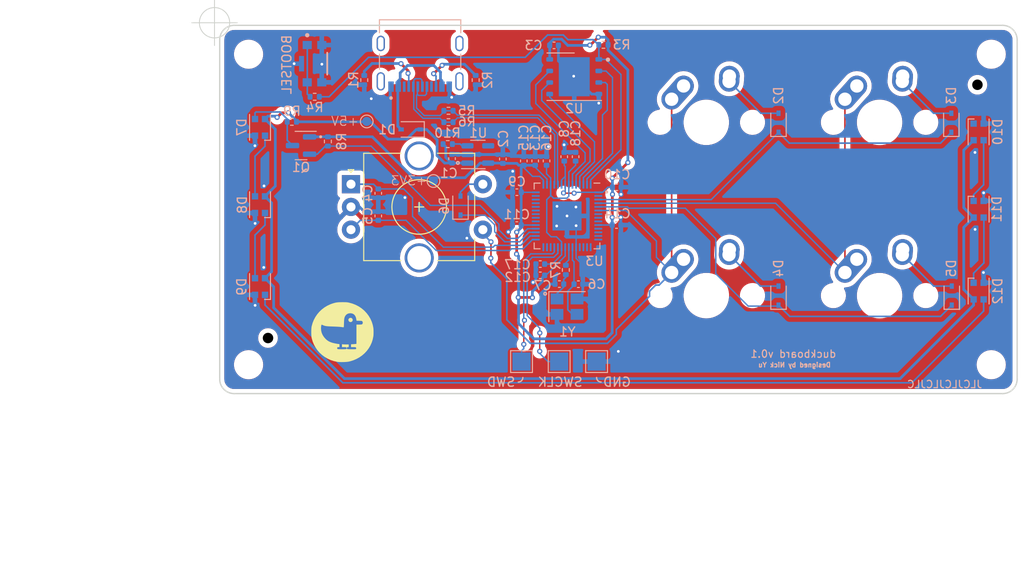
<source format=kicad_pcb>
(kicad_pcb (version 20211014) (generator pcbnew)
  (title_block (title "duckboard") (date "2023-01-07") (rev "v0.1") (company "Nick Yu"))
  (layers (0 "F.Cu" signal) (31 "B.Cu" signal) (34 "B.Paste" user) (35 "F.Paste" user) (36 "B.SilkS" user "B.Silkscreen") (37 "F.SilkS" user "F.Silkscreen") (38 "B.Mask" user) (39 "F.Mask" user) (44 "Edge.Cuts" user))
  (net 0 "")
  (net 1 "GND")
  (net 2 "ROW0")
  (net 3 "ROW1")
  (net 4 "Net-(D2-Pad2)")
  (net 5 "Net-(D3-Pad2)")
  (net 6 "Net-(D4-Pad2)")
  (net 7 "D+")
  (net 8 "D-")
  (net 9 "COL0")
  (net 10 "COL1")
  (net 11 "VBUS")
  (net 15 "+5V")
  (net 16 "+3.3V")
  (net 17 "+1V1")
  (net 18 "ROT0")
  (net 19 "ROT1")
  (net 20 "Net-(C6-Pad2)")
  (net 21 "ROW2")
  (net 22 "Net-(D5-Pad2)")
  (net 23 "SWD")
  (net 24 "SWCLK")
  (net 25 "BOOTSEL")
  (net 26 "QSPI_SS")
  (net 27 "LED_DIN_5V")
  (net 28 "QSPI_SD3")
  (net 29 "QSPI_CLK")
  (net 30 "QSPI_SD0")
  (net 31 "QSPI_SD2")
  (net 32 "QSPI_SD1")
  (net 33 "Net-(C7-Pad2)")
  (net 34 "Net-(R1-Pad1)")
  (net 35 "Net-(R2-Pad1)")
  (net 56 "LED_DIN_3V3")
  (net 57 "Net-(R7-Pad2)")
  (net 58 "Net-(R10-Pad2)")
  (net 59 "Net-(D6-Pad2)")
  (net 64 "Net-(D7-Pad1)")
  (net 65 "Net-(D8-Pad1)")
  (net 66 "Net-(D12-Pad3)")
  (net 68 "Net-(D10-Pad3)")
  (net 69 "Net-(D11-Pad3)")
  (footprint "MX_Alps_Hybrid:MX-1U-NoLED" (layer "F.Cu") (at 178.1125 88.45)
    (fp_text reference "MX2")
    (fp_text value "MX-NoLED" hide)
  )
  (footprint "Rotary_Encoder:RotaryEncoder_Alps_EC11E-Switch_Vertical_H20mm_CircularMountingHoles" (layer "F.Cu") (at 120 95.25)
    (fp_text reference "SW1" hide)
    (fp_text value "RotaryEncoder_Switch")
  )
  (footprint "MountingHole:Tooling_Hole" (layer "F.Cu") (at 188.87 84.32)
    (fp_text reference "REF**" hide)
    (fp_text value "Tooling_Hole")
  )
  (footprint "MX_Alps_Hybrid:MX-1U-NoLED" (layer "F.Cu") (at 159.0625 107.5)
    (fp_text reference "MX3")
    (fp_text value "MX-NoLED" hide)
  )
  (footprint "MountingHole:MountingHole_2.2mm_M2" (layer "F.Cu") (at 108.74375 80.9625)
    (fp_text reference "H4" hide)
    (fp_text value "MountingHole" hide)
  )
  (footprint "MountingHole:MountingHole_2.2mm_M2" (layer "F.Cu") (at 190.3875 80.9625)
    (fp_text reference "H3" hide)
    (fp_text value "MountingHole" hide)
  )
  (footprint "MountingHole:Tooling_Hole" (layer "F.Cu") (at 110.88 112.16)
    (fp_text reference "REF**" hide)
    (fp_text value "Tooling_Hole")
  )
  (footprint "duck:copper" (layer "F.Cu") (at 119.88 111.82)
    (fp_text reference "G***" hide)
    (fp_text value "LOGO" hide)
  )
  (footprint "MountingHole:MountingHole_2.2mm_M2" (layer "F.Cu") (at 190.3875 115.09375)
    (fp_text reference "H1" hide)
    (fp_text value "MountingHole" hide)
  )
  (footprint "MX_Alps_Hybrid:MX-1U-NoLED" (layer "F.Cu") (at 178.1125 107.5)
    (fp_text reference "MX4")
    (fp_text value "MX-NoLED" hide)
  )
  (footprint "MX_Alps_Hybrid:MX-1U-NoLED" (layer "F.Cu") (at 159.0625 88.45)
    (fp_text reference "MX1")
    (fp_text value "MX-NoLED" hide)
  )
  (footprint "MountingHole:MountingHole_2.2mm_M2" (layer "F.Cu") (at 108.74375 115.09375)
    (fp_text reference "H2" hide)
    (fp_text value "MountingHole" hide)
  )
  (footprint "duck:bg" (layer "F.Cu") (at 119.055 111.51)
    (fp_text reference "G***" hide)
    (fp_text value "LOGO" hide)
  )
  (footprint "Resistor_SMD:R_0402_1005Metric" (layer "B.Cu") (at 113.5 88.39 180)
    (fp_text reference "R9")
    (fp_text value "10k")
  )
  (footprint "LED_SMD:LED_WS2812B-2020_PLCC4_2.0x2.0mm" (layer "B.Cu") (at 110 106.5 90)
    (fp_text reference "D9")
    (fp_text value "WS2812B")
  )
  (footprint "Resistor_SMD:R_0402_1005Metric" (layer "B.Cu") (at 130.72 88.43)
    (fp_text reference "R6")
    (fp_text value "27.4")
  )
  (footprint "Crystal:Crystal_SMD_3225-4Pin_3.2x2.5mm" (layer "B.Cu") (at 143.75 108.71)
    (fp_text reference "Y1")
    (fp_text value "12MHz")
  )
  (footprint "Resistor_SMD:R_0402_1005Metric" (layer "B.Cu") (at 130.72 87.18)
    (fp_text reference "R5")
    (fp_text value "27.4")
  )
  (footprint "Diode_SMD:D_SOD-323" (layer "B.Cu") (at 132.04 97.6 90)
    (fp_text reference "D6")
    (fp_text value "D_Small")
  )
  (footprint "TYPE-C-31-M-12:HRO_TYPE-C-31-M-12" (layer "B.Cu") (at 127.6 80.85)
    (fp_text reference "USB1" hide)
    (fp_text value "TYPE-C-31-M-12")
  )
  (footprint "Diode_SMD:D_SOD-323" (layer "B.Cu") (at 186 88.5 90)
    (fp_text reference "D3")
    (fp_text value "D_Small")
  )
  (footprint "LED_SMD:LED_WS2812B-2020_PLCC4_2.0x2.0mm" (layer "B.Cu") (at 189 98 -90)
    (fp_text reference "D11")
    (fp_text value "WS2812B")
  )
  (footprint "Capacitor_SMD:C_0402_1005Metric" (layer "B.Cu") (at 138.24 96.13 180)
    (fp_text reference "C9")
    (fp_text value "100nF")
  )
  (footprint "LED_SMD:LED_WS2812B-2020_PLCC4_2.0x2.0mm" (layer "B.Cu") (at 189 107 -90)
    (fp_text reference "D12")
    (fp_text value "WS2812B")
  )
  (footprint "Capacitor_SMD:C_0402_1005Metric" (layer "B.Cu") (at 142.325 79.99)
    (fp_text reference "C3")
    (fp_text value "100nF")
  )
  (footprint "LED_SMD:LED_WS2812B-2020_PLCC4_2.0x2.0mm" (layer "B.Cu") (at 110 89 90)
    (fp_text reference "D7")
    (fp_text value "WS2812B")
  )
  (footprint "LED_SMD:LED_WS2812B-2020_PLCC4_2.0x2.0mm" (layer "B.Cu") (at 110 97.5 90)
    (fp_text reference "D8")
    (fp_text value "WS2812B")
  )
  (footprint "TestPoint:TestPoint_Pad_2.0x2.0mm" (layer "B.Cu") (at 138.75 114.75 -90)
    (fp_text reference "J2" hide)
    (fp_text value "Conn_01x01_Male")
  )
  (footprint "Diode_SMD:D_SOD-323" (layer "B.Cu") (at 186.05 107.5 90)
    (fp_text reference "D5")
    (fp_text value "D_Small")
  )
  (footprint "Resistor_SMD:R_0402_1005Metric" (layer "B.Cu") (at 133.71 83.805 -90)
    (fp_text reference "R2")
    (fp_text value "5.1k")
  )
  (footprint "Package_SON:WSON-8-1EP_6x5mm_P1.27mm_EP3.4x4.3mm" (layer "B.Cu") (at 144.545 83.435 180)
    (fp_text reference "U2")
    (fp_text value "W25Q128JVPIQ")
  )
  (footprint "TestPoint:TestPoint_Pad_D1.0mm" (layer "B.Cu") (at 121.73 88.35 180)
    (fp_text reference "TP1" hide)
    (fp_text value "TestPoint")
  )
  (footprint "Resistor_SMD:R_0402_1005Metric" (layer "B.Cu") (at 117.46 90.55 -90)
    (fp_text reference "R8")
    (fp_text value "10k")
  )
  (footprint "Capacitor_SMD:C_0402_1005Metric" (layer "B.Cu") (at 149.22 95.58)
    (fp_text reference "C10")
    (fp_text value "100nF")
  )
  (footprint "Capacitor_SMD:C_0402_1005Metric" (layer "B.Cu") (at 145 106.24 180)
    (fp_text reference "C6")
    (fp_text value "30pF")
  )
  (footprint "Capacitor_SMD:C_0402_1005Metric" (layer "B.Cu") (at 136.6975 92.48 90)
    (fp_text reference "C2")
    (fp_text value "10uF")
  )
  (footprint "Capacitor_SMD:C_0402_1005Metric" (layer "B.Cu") (at 123 96.25 -90)
    (fp_text reference "C4")
    (fp_text value "10nF")
  )
  (footprint "Package_TO_SOT_SMD:SOT-23-5" (layer "B.Cu") (at 133.9475 91.98)
    (fp_text reference "U1")
    (fp_text value "AP2112K-3.3")
  )
  (footprint "Capacitor_SMD:C_0402_1005Metric" (layer "B.Cu") (at 140.25 92.69 90)
    (fp_text reference "C13")
    (fp_text value "100nF")
  )
  (footprint "Diode_SMD:D_SOD-323" (layer "B.Cu") (at 167 107.5 90)
    (fp_text reference "D4")
    (fp_text value "D_Small")
  )
  (footprint "Resistor_SMD:R_0402_1005Metric" (layer "B.Cu") (at 116.01 85.64)
    (fp_text reference "R4")
    (fp_text value "1K")
  )
  (footprint "Capacitor_SMD:C_0402_1005Metric" (layer "B.Cu") (at 149.19 99.74)
    (fp_text reference "C14")
    (fp_text value "100nF")
  )
  (footprint "TestPoint:TestPoint_Pad_2.0x2.0mm" (layer "B.Cu") (at 147 114.75 -90)
    (fp_text reference "J1" hide)
    (fp_text value "Conn_01x01_Male")
  )
  (footprint "Diode_SMD:D_SOD-323" (layer "B.Cu") (at 167 88.5 90)
    (fp_text reference "D2")
    (fp_text value "D_Small")
  )
  (footprint "Capacitor_SMD:C_0402_1005Metric" (layer "B.Cu") (at 140.81 105.27 180)
    (fp_text reference "C12")
    (fp_text value "100nF")
  )
  (footprint "Capacitor_SMD:C_0402_1005Metric" (layer "B.Cu") (at 139 92.69 90)
    (fp_text reference "C15")
    (fp_text value "1uF")
  )
  (footprint "Diode_SMD:D_SOD-323" (layer "B.Cu") (at 126.56 89.23 180)
    (fp_text reference "D1")
    (fp_text value "D_Schottky_Small")
  )
  (footprint "Capacitor_SMD:C_0402_1005Metric" (layer "B.Cu") (at 142.91 106.23)
    (fp_text reference "C7")
    (fp_text value "30pF")
  )
  (footprint "Capacitor_SMD:C_0402_1005Metric" (layer "B.Cu") (at 131.11 92.44 90)
    (fp_text reference "C1")
    (fp_text value "10uF")
  )
  (footprint "Capacitor_SMD:C_0402_1005Metric" (layer "B.Cu") (at 141.5 92.69 90)
    (fp_text reference "C16")
    (fp_text value "1uF")
  )
  (footprint "Resistor_SMD:R_0402_1005Metric" (layer "B.Cu") (at 143.62 104.68 90)
    (fp_text reference "R7")
    (fp_text value "1K")
  )
  (footprint "Capacitor_SMD:C_0402_1005Metric" (layer "B.Cu") (at 123 98.74 -90)
    (fp_text reference "C5")
    (fp_text value "10nF")
  )
  (footprint "Resistor_SMD:R_0402_1005Metric" (layer "B.Cu") (at 147.755 79.925 180)
    (fp_text reference "R3")
    (fp_text value "10k")
  )
  (footprint "Capacitor_SMD:C_0402_1005Metric" (layer "B.Cu") (at 140.81 104.03 180)
    (fp_text reference "C17")
    (fp_text value "100nF")
  )
  (footprint "LED_SMD:LED_WS2812B-2020_PLCC4_2.0x2.0mm" (layer "B.Cu") (at 189 89.5 -90)
    (fp_text reference "D10")
    (fp_text value "WS2812B")
  )
  (footprint "Resistor_SMD:R_0402_1005Metric" (layer "B.Cu") (at 121.46 83.805 -90)
    (fp_text reference "R1")
    (fp_text value "5.1k")
  )
  (footprint "Package_DFN_QFN:QFN-56-1EP_7x7mm_P0.4mm_EP3.2x3.2mm" (layer "B.Cu") (at 143.75 98.74 180)
    (fp_text reference "U3")
    (fp_text value "RP2040")
  )
  (footprint "Resistor_SMD:R_0402_1005Metric" (layer "B.Cu") (at 130.64 90.84)
    (fp_text reference "R10")
    (fp_text value "10k")
  )
  (footprint "Capacitor_SMD:C_0402_1005Metric" (layer "B.Cu") (at 143.445 92.23 90)
    (fp_text reference "C8")
    (fp_text value "100nF")
  )
  (footprint "Capacitor_SMD:C_0402_1005Metric" (layer "B.Cu") (at 138.23 99.74 180)
    (fp_text reference "C11")
    (fp_text value "100nF")
  )
  (footprint "TestPoint:TestPoint_Pad_2.0x2.0mm" (layer "B.Cu") (at 142.89 114.75 -90)
    (fp_text reference "J3" hide)
    (fp_text value "Conn_01x01_Male")
  )
  (footprint "TestPoint:TestPoint_Pad_D1.0mm" (layer "B.Cu") (at 129.07 94.9 180)
    (fp_text reference "TP2" hide)
    (fp_text value "TestPoint")
  )
  (footprint "Package_TO_SOT_SMD:SOT-23" (layer "B.Cu") (at 114.51 91 180)
    (fp_text reference "Q1")
    (fp_text value "BSS138")
  )
  (footprint "KMR221GLFS:SW_KMR221GLFS" (layer "B.Cu") (at 115.99 82 -90)
    (fp_text reference "SW2" hide)
    (fp_text value "SW_Push")
  )
  (footprint "Capacitor_SMD:C_0402_1005Metric" (layer "B.Cu") (at 144.695 92.23 90)
    (fp_text reference "C18")
    (fp_text value "100nF")
  )
  (gr_circle (center 148.25 81.56) (end 148.41 81.57) (layer "B.SilkS") (width 0.15) (fill solid))
  (gr_circle (center 148.1 96.1) (end 148.200499 96.1) (layer "B.SilkS") (width 0.15) (fill solid))
  (gr_arc (start 147.5 117) (mid 147.146447 116.853553) (end 147 116.5) (layer "B.SilkS") (width 0.15))
  (gr_circle (center 115.19 78.87) (end 115.35 78.88) (layer "B.SilkS") (width 0.15) (fill solid))
  (gr_circle (center 141.35 107.29071) (end 141.4 107.34071) (layer "B.SilkS") (width 0.15) (fill none))
  (gr_circle (center 116.67 90.04) (end 116.762195 90.04) (layer "B.SilkS") (width 0.15) (fill solid))
  (gr_circle (center 131.75 92.91) (end 131.82 92.9) (layer "B.SilkS") (width 0.15) (fill none))
  (gr_arc (start 138.896447 116.5) (mid 138.75 116.853553) (end 138.396447 117) (layer "B.SilkS") (width 0.15))
  (gr_line (start 191.646218 77.7875) (end 107.15625 77.7875) (layer "Edge.Cuts") (width 0.15))
  (gr_line (start 191.646218 118.26875) (end 107.15625 118.26875) (layer "Edge.Cuts") (width 0.15))
  (gr_arc (start 193.233718 116.68125) (mid 192.76875 117.803782) (end 191.646218 118.26875) (layer "Edge.Cuts") (width 0.15))
  (gr_arc (start 107.15625 118.26875) (mid 106.033718 117.803782) (end 105.56875 116.68125) (layer "Edge.Cuts") (width 0.15))
  (gr_line (start 105.56875 116.68125) (end 105.56875 79.375) (layer "Edge.Cuts") (width 0.15))
  (gr_arc (start 191.646218 77.7875) (mid 192.76875 78.252468) (end 193.233718 79.375) (layer "Edge.Cuts") (width 0.15))
  (gr_arc (start 105.56875 79.375) (mid 106.033718 78.252468) (end 107.15625 77.7875) (layer "Edge.Cuts") (width 0.15))
  (gr_line (start 193.233718 79.375) (end 193.233718 116.68125) (layer "Edge.Cuts") (width 0.15))
  (gr_text "BOOTSEL" (at 112.94 82.1 90) (layer "B.SilkS") (effects (font (size 1 1)) (justify mirror)))
  (gr_text "GND" (at 149.25 117) (layer "B.SilkS") (effects (font (size 1 1)) (justify mirror)))
  (gr_text "SWCLK" (at 143 117) (layer "B.SilkS") (effects (font (size 1 1)) (justify mirror)))
  (gr_text "+3V3" (at 126.37 94.86) (layer "B.SilkS") (effects (font (size 1 1) (thickness 0.1)) (justify mirror)))
  (gr_text "duckboard v0.1" (at 168.62 113.91) (layer "B.SilkS") (effects (font (size 0.81 0.81) (thickness 0.127)) (justify mirror)))
  (gr_text "+5V" (at 119.34 88.32) (layer "B.SilkS") (effects (font (size 1 1) (thickness 0.1)) (justify mirror)))
  (gr_text "JLCJLCJLCJLC" (at 185.26 117.25) (layer "B.SilkS") (effects (font (size 0.81 0.8) (thickness 0.127)) (justify mirror)))
  (gr_text "SWD" (at 136.5 117) (layer "B.SilkS") (effects (font (size 1 1)) (justify mirror)))
  (gr_text "Designed by Nick Yu" (at 168.76 115.12) (layer "B.SilkS") (effects (font (size 0.508 0.508) (thickness 0.127)) (justify mirror)))
  (target plus (at 105 77.5) (size 5) (width 0.1) (layer "Edge.Cuts"))
  (segment (start 141.71 91.12) (end 138.02 91.12) (width 0.3) (layer "F.Cu") (net 1))
  (segment (start 149.66 98.89) (end 149.7 98.85) (width 0.3) (layer "F.Cu") (net 1))
  (segment (start 146.78 93.558548) (end 146.78 91.73) (width 0.3) (layer "F.Cu") (net 1))
  (segment (start 141.71 91.12) (end 141.91 90.92) (width 0.3) (layer "F.Cu") (net 1))
  (segment (start 149.66 113.36) (end 149.66 98.89) (width 0.3) (layer "F.Cu") (net 1))
  (segment (start 141.91 90.92) (end 143.43 90.92) (width 0.3) (layer "F.Cu") (net 1))
  (segment (start 149.39 113.63) (end 149.66 113.36) (width 0.3) (layer "F.Cu") (net 1))
  (segment (start 137.3 100.500015) (end 137.3 103.32) (width 0.3) (layer "F.Cu") (net 1))
  (segment (start 149.7 96.78) (end 149.7 96.3743) (width 0.3) (layer "F.Cu") (net 1))
  (segment (start 137.78 91.36) (end 137.78 93.83) (width 0.3) (layer "F.Cu") (net 1))
  (segment (start 137.3 103.32) (end 140.02 106.04) (width 0.3) (layer "F.Cu") (net 1))
  (segment (start 148.565211 95.239511) (end 148.460963 95.239511) (width 0.3) (layer "F.Cu") (net 1))
  (segment (start 140.02 106.04) (end 140.02 106.14) (width 0.3) (layer "F.Cu") (net 1))
  (segment (start 136.29 85.7) (end 141.71 91.12) (width 0.3) (layer "F.Cu") (net 1))
  (segment (start 149.7 98.85) (end 149.7 96.78) (width 0.3) (layer "F.Cu") (net 1))
  (segment (start 149.7 96.3743) (end 149.69 96.3643) (width 0.3) (layer "F.Cu") (net 1))
  (segment (start 145.97 90.92) (end 143.43 90.92) (width 0.3) (layer "F.Cu") (net 1))
  (segment (start 137.299993 100.500008) (end 137.3 100.500015) (width 0.3) (layer "F.Cu") (net 1))
  (segment (start 146.78 91.73) (end 145.97 90.92) (width 0.3) (layer "F.Cu") (net 1))
  (segment (start 138.02 91.12) (end 137.78 91.36) (width 0.3) (layer "F.Cu") (net 1))
  (segment (start 148.460963 95.239511) (end 146.78 93.558548) (width 0.3) (layer "F.Cu") (net 1))
  (segment (start 131.07 85.7) (end 136.29 85.7) (width 0.3) (layer "F.Cu") (net 1))
  (segment (start 149.69 96.3643) (end 148.565211 95.239511) (width 0.3) (layer "F.Cu") (net 1))
  (via (at 132.74 101.18) (size 0.56) (drill 0.3) (layers "F.Cu" "B.Cu") (net 1))
  (via (at 109.46 108.57) (size 0.56) (drill 0.3) (layers "F.Cu" "B.Cu") (net 1))
  (via (at 110.41 104.4) (size 0.56) (drill 0.3) (layers "F.Cu" "B.Cu") (net 1))
  (via (at 125.93 96.72) (size 0.56) (drill 0.3) (layers "F.Cu" "B.Cu") (net 1))
  (via (at 113.75 82) (size 0.56) (drill 0.3) (layers "F.Cu" "B.Cu") (net 1))
  (via (at 140.02 106.04) (size 0.56) (drill 0.3) (layers "F.Cu" "B.Cu") (net 1))
  (via (at 143.43 90.92) (size 0.56) (drill 0.3) (layers "F.Cu" "B.Cu") (net 1))
  (via (at 141.71 91.12) (size 0.56) (drill 0.3) (layers "F.Cu" "B.Cu") (net 1))
  (via (at 149.39 113.63) (size 0.56) (drill 0.3) (layers "F.Cu" "B.Cu") (net 1))
  (via (at 109.46 99.56) (size 0.56) (drill 0.3) (layers "F.Cu" "B.Cu") (net 1))
  (via (at 188.61 100.22) (size 0.56) (drill 0.3) (layers "F.Cu" "B.Cu") (net 1))
  (via (at 147.24 86.34) (size 0.56) (drill 0.3) (layers "F.Cu" "B.Cu") (net 1))
  (via (at 188.6 91.76) (size 0.56) (drill 0.3) (layers "F.Cu" "B.Cu") (net 1))
  (via (at 143.75 98.74) (size 0.56) (drill 0.3) (layers "F.Cu" "B.Cu") (net 1))
  (via (at 144.485 83.375) (size 0.56) (drill 0.3) (layers "F.Cu" "B.Cu") (net 1))
  (via (at 142.61 99.84) (size 0.56) (drill 0.3) (layers "F.Cu" "B.Cu") (net 1))
  (via (at 116.8 82.06) (size 0.56) (drill 0.3) (layers "F.Cu" "B.Cu") (net 1))
  (via (at 122.23 85.85) (size 0.56) (drill 0.3) (layers "F.Cu" "B.Cu") (net 1))
  (via (at 144.73 97.76) (size 0.56) (drill 0.3) (layers "F.Cu" "B.Cu") (net 1))
  (via (at 142.65 97.68) (size 0.56) (drill 0.3) (layers "F.Cu" "B.Cu") (net 1))
  (via (at 110.44 95.44) (size 0.56) (drill 0.3) (layers "F.Cu" "B.Cu") (net 1))
  (via (at 149.66 98.89) (size 0.56) (drill 0.3) (layers "F.Cu" "B.Cu") (net 1))
  (via (at 131.07 85.7) (size 0.56) (drill 0.3) (layers "F.Cu" "B.Cu") (net 1))
  (via (at 189.55 96.2) (size 0.56) (drill 0.3) (layers "F.Cu" "B.Cu") (net 1))
  (via (at 149.69 96.3643) (size 0.56) (drill 0.3) (layers "F.Cu" "B.Cu") (net 1))
  (via (at 189.53 104.96) (size 0.56) (drill 0.3) (layers "F.Cu" "B.Cu") (net 1))
  (via (at 137.299993 100.500008) (size 0.56) (drill 0.3) (layers "F.Cu" "B.Cu") (net 1))
  (via (at 144.75 99.81) (size 0.56) (drill 0.3) (layers "F.Cu" "B.Cu") (net 1))
  (via (at 137.78 93.83) (size 0.56) (drill 0.3) (layers "F.Cu" "B.Cu") (net 1))
  (via (at 109.44 91.02) (size 0.56) (drill 0.3) (layers "F.Cu" "B.Cu") (net 1))
  (segment (start 149.66 98.89) (end 149.67 98.9) (width 0.3) (layer "B.Cu") (net 1))
  (segment (start 137.76 96.13) (end 137.82 96.07) (width 0.3) (layer "B.Cu") (net 1))
  (segment (start 142.65 109.56) (end 141.84 109.56) (width 0.3) (layer "B.Cu") (net 1))
  (segment (start 141.51 92.2) (end 141.5 92.21) (width 0.3) (layer "B.Cu") (net 1))
  (segment (start 142.805 81.695) (end 144.485 83.375) (width 0.3) (layer "B.Cu") (net 1))
  (segment (start 145.415 104.065) (end 145.48 104.13) (width 0.1524) (layer "B.Cu") (net 1))
  (segment (start 137.75 96.14) (end 137.76 96.13) (width 0.3) (layer "B.Cu") (net 1))
  (segment (start 124.325 85.575) (end 124.05 85.85) (width 0.3) (layer "B.Cu") (net 1))
  (segment (start 143.755 98.745) (end 143.75 98.74) (width 0.1524) (layer "B.Cu") (net 1))
  (segment (start 130.775 85.405) (end 131.07 85.7) (width 0.3) (layer "B.Cu") (net 1))
  (segment (start 140.33 105.27) (end 140.33 104.03) (width 0.3) (layer "B.Cu") (net 1))
  (segment (start 147 114.75) (end 148.27 114.75) (width 0.3) (layer "B.Cu") (net 1))
  (segment (start 141.33 106.81) (end 141.91 106.23) (width 0.3) (layer "B.Cu") (net 1))
  (segment (start 124.325 84.5) (end 124.325 85.575) (width 0.3) (layer "B.Cu") (net 1))
  (segment (start 137.76 93.85) (end 137.78 93.83) (width 0.3) (layer "B.Cu") (net 1))
  (segment (start 141.84 109.56) (end 141.33 109.05) (width 0.3) (layer "B.Cu") (net 1))
  (segment (start 189.55 96.2) (end 189.55 97.085) (width 0.3) (layer "B.Cu") (net 1))
  (segment (start 141.51 91.32) (end 141.51 92.2) (width 0.3) (layer "B.Cu") (net 1))
  (segment (start 131.13 91.98) (end 131.11 91.96) (width 0.3) (layer "B.Cu") (net 1))
  (segment (start 122.23 85.85) (end 121.46 85.08) (width 0.3) (layer "B.Cu") (net 1))
  (segment (start 143.445 90.935) (end 143.43 90.92) (width 0.3) (layer "B.Cu") (net 1))
  (segment (start 144.75 99.74) (end 143.755 98.745) (width 0.1524) (layer "B.Cu") (net 1))
  (segment (start 149.67 98.9) (end 149.67 99.74) (width 0.3) (layer "B.Cu") (net 1))
  (segment (start 136.6975 92) (end 137.39 92) (width 0.3) (layer "B.Cu") (net 1))
  (segment (start 146.45 85.34) (end 144.545 83.435) (width 0.3) (layer "B.Cu") (net 1))
  (segment (start 109.45 91.01) (end 109.44 91.02) (width 0.3) (layer "B.Cu") (net 1))
  (segment (start 140.33 105.73) (end 140.02 106.04) (width 0.3) (layer "B.Cu") (net 1))
  (segment (start 148.27 114.75) (end 149.39 113.63) (width 0.3) (layer "B.Cu") (net 1))
  (segment (start 189.55 106.085) (end 189.55 104.98) (width 0.3) (layer "B.Cu") (net 1))
  (segment (start 147.245 85.34) (end 146.45 85.34) (width 0.3) (layer "B.Cu") (net 1))
  (segment (start 140.33 105.27) (end 140.33 105.73) (width 0.3) (layer "B.Cu") (net 1))
  (segment (start 124.05 85.85) (end 122.23 85.85) (width 0.3) (layer "B.Cu") (net 1))
  (segment (start 143.445 91.75) (end 144.695 91.75) (width 0.1524) (layer "B.Cu") (net 1))
  (segment (start 116.8 82.06) (end 116.8 84.05) (width 0.3) (layer "B.Cu") (net 1))
  (segment (start 123 96.73) (end 123 98.26) (width 0.3) (layer "B.Cu") (net 1))
  (segment (start 137.39 92) (end 137.6 92.21) (width 0.3) (layer "B.Cu") (net 1))
  (segment (start 137.6 92.21) (end 139 92.21) (width 0.3) (layer "B.Cu") (net 1))
  (segment (start 109.45 98.415) (end 109.45 99.55) (width 0.3) (layer "B.Cu") (net 1))
  (segment (start 142.805 79.99) (end 142.805 81.695) (width 0.3) (layer "B.Cu") (net 1))
  (segment (start 145.48 107.23) (end 144.85 107.86) (width 0.3) (layer "B.Cu") (net 1))
  (segment (start 146.27 108.43) (end 146.27 110.11) (width 0.3) (layer "B.Cu") (net 1))
  (segment (start 143.01 110.7) (end 142.65 110.34) (width 0.3) (layer "B.Cu") (net 1))
  (segment (start 143.445 91.75) (end 143.445 90.935) (width 0.3) (layer "B.Cu") (net 1))
  (segment (start 122.91 98.35) (end 123 98.26) (width 0.3) (layer "B.Cu") (net 1))
  (segment (start 133.71 84.89) (end 133.71 84.315) (width 0.3) (layer "B.Cu") (net 1))
  (segment (start 109.45 99.55) (end 109.46 99.56) (width 0.3) (layer "B.Cu") (net 1))
  (segment (start 121.54 98.35) (end 122.91 98.35) (width 0.3) (layer "B.Cu") (net 1))
  (segment (start 125.92 96.73) (end 125.93 96.72) (width 0.3) (layer "B.Cu") (net 1))
  (segment (start 136.6975 92) (end 132.83 92) (width 0.3) (layer "B.Cu") (net 1))
  (segment (start 137.75 99.74) (end 137.75 96.14) (width 0.3) (layer "B.Cu") (net 1))
  (segment (start 145.68 110.7) (end 143.01 110.7) (width 0.3) (layer "B.Cu") (net 1))
  (segment (start 146.27 110.11) (end 145.68 110.7) (width 0.3) (layer "B.Cu") (net 1))
  (segment (start 109.45 108.56) (end 109.46 108.57) (width 0.3) (layer "B.Cu") (net 1))
  (segment (start 145.48 104.13) (end 145.48 106.24) (width 0.1524) (layer "B.Cu") (net 1))
  (segment (start 109.45 107.415) (end 109.45 108.56) (width 0.3) (layer "B.Cu") (net 1))
  (segment (start 147.245 86.335) (end 147.24 86.34) (width 0.3) (layer "B.Cu") (net 1))
  (segment (start 189.55 104.98) (end 189.53 104.96) (width 0.3) (layer "B.Cu") (net 1))
  (segment (start 132.9 85.7) (end 133.71 84.89) (width 0.3) (layer "B.Cu") (net 1))
  (segment (start 131.07 85.7) (end 132.9 85.7) (width 0.3) (layer "B.Cu") (net 1))
  (segment (start 137.76 96.13) (end 137.76 93.85) (width 0.3) (layer "B.Cu") (net 1))
  (segment (start 144.75 102.1775) (end 144.75 99.81) (width 0.1524) (layer "B.Cu") (net 1))
  (segment (start 132.81 91.98) (end 131.13 91.98) (width 0.3) (layer "B.Cu") (net 1))
  (segment (start 141.71 91.12) (end 141.51 91.32) (width 0.3) (layer "B.Cu") (net 1))
  (segment (start 147.245 85.34) (end 147.245 86.335) (width 0.3) (layer "B.Cu") (net 1))
  (segment (start 142.65 110.34) (end 142.65 109.56) (width 0.3) (layer "B.Cu") (net 1))
  (segment (start 123 96.73) (end 125.92 96.73) (width 0.3) (layer "B.Cu") (net 1))
  (segment (start 141.33 109.05) (end 141.33 106.81) (width 0.3) (layer "B.Cu") (net 1))
  (segment (start 137.299993 100.500008) (end 137.75 100.050001) (width 0.3) (layer "B.Cu") (net 1))
  (segment (start 132.83 92) (end 132.81 91.98) (width 0.3) (layer "B.Cu") (net 1))
  (segment (start 141.91 106.23) (end 142.43 106.23) (width 0.3) (layer "B.Cu") (net 1))
  (segment (start 109.45 89.915) (end 109.45 91.01) (width 0.3) (layer "B.Cu") (net 1))
  (segment (start 114.575 82) (end 113.75 82) (width 0.3) (layer "B.Cu") (net 1))
  (segment (start 144.75 103.4) (end 145.415 104.065) (width 0.1524) (layer "B.Cu") (net 1))
  (segment (start 149.7 96.3543) (end 149.69 96.3643) (width 0.3) (layer "B.Cu") (net 1))
  (segment (start 144.75 99.81) (end 144.75 99.75) (width 0.1524) (layer "B.Cu") (net 1))
  (segment (start 149.7 95.58) (end 149.7 96.3543) (width 0.3) (layer "B.Cu") (net 1))
  (segment (start 116.8 79.95) (end 116.8 82.06) (width 0.3) (layer "B.Cu") (net 1))
  (segment (start 137.75 100.050001) (end 137.75 99.74) (width 0.3) (layer "B.Cu") (net 1))
  (segment (start 145.48 106.24) (end 145.48 107.23) (width 0.3) (layer "B.Cu") (net 1))
  (segment (start 141.5 92.21) (end 139 92.21) (width 0.3) (layer "B.Cu") (net 1))
  (segment (start 145.7 107.86) (end 146.27 108.43) (width 0.3) (layer "B.Cu") (net 1))
  (segment (start 144.485 83.375) (end 144.545 83.435) (width 0.3) (layer "B.Cu") (net 1))
  (segment (start 144.75 99.75) (end 144.75 99.74) (width 0.1524) (layer "B.Cu") (net 1))
  (segment (start 121.46 85.08) (end 121.46 84.315) (width 0.3) (layer "B.Cu") (net 1))
  (segment (start 144.85 107.86) (end 145.7 107.86) (width 0.3) (layer "B.Cu") (net 1))
  (segment (start 120.94 97.75) (end 121.54 98.35) (width 0.3) (layer "B.Cu") (net 1))
  (segment (start 120 97.75) (end 120.94 97.75) (width 0.3) (layer "B.Cu") (net 1))
  (segment (start 144.75 102.1775) (end 144.75 103.4) (width 0.1524) (layer "B.Cu") (net 1))
  (segment (start 130.775 84.5) (end 130.775 85.405) (width 0.3) (layer "B.Cu") (net 1))
  (segment (start 184.816579 90.733421) (end 186 89.55) (width 0.18) (layer "B.Cu") (net 2))
  (segment (start 168.183421 90.733421) (end 184.816579 90.733421) (width 0.18) (layer "B.Cu") (net 2))
  (segment (start 159.61 96.94) (end 167 89.55) (width 0.1524) (layer "B.Cu") (net 2))
  (segment (start 167 89.55) (end 168.183421 90.733421) (width 0.18) (layer "B.Cu") (net 2))
  (segment (start 147.1875 96.94) (end 159.61 96.94) (width 0.1524) (layer "B.Cu") (net 2))
  (segment (start 168.233421 109.783421) (end 167 108.55) (width 0.18) (layer "B.Cu") (net 3))
  (segment (start 156.76 97.89) (end 150.531948 97.89) (width 0.1524) (layer "B.Cu") (net 3))
  (segment (start 163.665855 108.650721) (end 160.104658 105.089524) (width 0.1524) (layer "B.Cu") (net 3))
  (segment (start 160.104658 105.089524) (end 160.104658 101.234658) (width 0.1524) (layer "B.Cu") (net 3))
  (segment (start 184.816579 109.783421) (end 168.233421 109.783421) (width 0.18) (layer "B.Cu") (net 3))
  (segment (start 150.531948 97.89) (end 150.381948 97.74) (width 0.1524) (layer "B.Cu") (net 3))
  (segment (start 167 108.55) (end 166.899279 108.650721) (width 0.1524) (layer "B.Cu") (net 3))
  (segment (start 186.05 108.55) (end 184.816579 109.783421) (width 0.18) (layer "B.Cu") (net 3))
  (segment (start 160.104658 101.234658) (end 156.76 97.89) (width 0.1524) (layer "B.Cu") (net 3))
  (segment (start 166.899279 108.650721) (end 163.665855 108.650721) (width 0.1524) (layer "B.Cu") (net 3))
  (segment (start 150.381948 97.74) (end 147.1875 97.74) (width 0.1524) (layer "B.Cu") (net 3))
  (segment (start 165.0625 87.45) (end 167 87.45) (width 0.18) (layer "B.Cu") (net 4))
  (segment (start 161.5625 83.95) (end 165.0625 87.45) (width 0.18) (layer "B.Cu") (net 4))
  (segment (start 180.6125 84.0125) (end 184.05 87.45) (width 0.18) (layer "B.Cu") (net 5))
  (segment (start 180.6125 83.95) (end 180.6125 84.0125) (width 0.18) (layer "B.Cu") (net 5))
  (segment (start 184.05 87.45) (end 186 87.45) (width 0.18) (layer "B.Cu") (net 5))
  (segment (start 161.5625 103) (end 165.0125 106.45) (width 0.18) (layer "B.Cu") (net 6))
  (segment (start 165.0125 106.45) (end 167 106.45) (width 0.18) (layer "B.Cu") (net 6))
  (segment (start 128.040374 87.7) (end 129.8 87.7) (width 0.1524) (layer "B.Cu") (net 7))
  (segment (start 130.21 87.18) (end 131.23 87.18) (width 0.1524) (layer "B.Cu") (net 7))
  (segment (start 129.8 87.7) (end 130.21 87.29) (width 0.1524) (layer "B.Cu") (net 7))
  (segment (start 142.702401 95.254901) (end 142.702401 89.686873) (width 0.1524) (layer "B.Cu") (net 7))
  (segment (start 128.3 85.33) (end 128.3 84.5) (width 0.1524) (layer "B.Cu") (net 7))
  (segment (start 127.4126 85.49) (end 128.14 85.49) (width 0.1524) (layer "B.Cu") (net 7))
  (segment (start 142.75 95.3025) (end 142.702401 95.254901) (width 0.1524) (layer "B.Cu") (net 7))
  (segment (start 128.14 85.49) (end 128.3 85.33) (width 0.1524) (layer "B.Cu") (net 7))
  (segment (start 130.21 87.29) (end 130.21 87.18) (width 0.1524) (layer "B.Cu") (net 7))
  (segment (start 140.668127 87.652599) (end 131.702599 87.652599) (width 0.1524) (layer "B.Cu") (net 7))
  (segment (start 127.3 85.3774) (end 127.4126 85.49) (width 0.1524) (layer "B.Cu") (net 7))
  (segment (start 127.21 85.4674) (end 127.21 86.869626) (width 0.1524) (layer "B.Cu") (net 7))
  (segment (start 142.702401 89.686873) (end 140.668127 87.652599) (width 0.1524) (layer "B.Cu") (net 7))
  (segment (start 131.702599 87.652599) (end 131.23 87.18) (width 0.1524) (layer "B.Cu") (net 7))
  (segment (start 127.21 86.869626) (end 128.040374 87.7) (width 0.1524) (layer "B.Cu") (net 7))
  (segment (start 127.3 84.5) (end 127.3 85.3774) (width 0.1524) (layer "B.Cu") (net 7))
  (segment (start 127.3 85.3774) (end 127.21 85.4674) (width 0.1524) (layer "B.Cu") (net 7))
  (segment (start 126.90568 83.810598) (end 127.066278 83.65) (width 0.1524) (layer "B.Cu") (net 8))
  (segment (start 131.23 88.43) (end 130.21 88.43) (width 0.1524) (layer "B.Cu") (net 8))
  (segment (start 130.21 88.43) (end 129.78432 88.00432) (width 0.1524) (layer "B.Cu") (net 8))
  (segment (start 127.65 83.65) (end 127.8 83.8) (width 0.1524) (layer "B.Cu") (net 8))
  (segment (start 142.397599 89.813127) (end 140.541873 87.957401) (width 0.1524) (layer "B.Cu") (net 8))
  (segment (start 142.397599 95.254901) (end 142.397599 89.813127) (width 0.1524) (layer "B.Cu") (net 8))
  (segment (start 126.90568 86.995679) (end 126.90568 83.810598) (width 0.1524) (layer "B.Cu") (net 8))
  (segment (start 127.066278 83.65) (end 127.65 83.65) (width 0.1524) (layer "B.Cu") (net 8))
  (segment (start 131.702599 87.957401) (end 131.23 88.43) (width 0.1524) (layer "B.Cu") (net 8))
  (segment (start 129.78432 88.00432) (end 127.914321 88.00432) (width 0.1524) (layer "B.Cu") (net 8))
  (segment (start 127.8 83.8) (end 127.8 84.5) (width 0.1524) (layer "B.Cu") (net 8))
  (segment (start 127.914321 88.00432) (end 126.90568 86.995679) (width 0.1524) (layer "B.Cu") (net 8))
  (segment (start 140.541873 87.957401) (end 131.702599 87.957401) (width 0.1524) (layer "B.Cu") (net 8))
  (segment (start 142.35 95.3025) (end 142.397599 95.254901) (width 0.1524) (layer "B.Cu") (net 8))
  (segment (start 135.39 103.3595) (end 135.37 103.3795) (width 0.18) (layer "F.Cu") (net 9))
  (segment (start 155.2525 85.91) (end 155.2525 104.96) (width 0.18) (layer "F.Cu") (net 9))
  (segment (start 135.39 101.5905) (end 135.39 103.3595) (width 0.18) (layer "F.Cu") (net 9))
  (via (at 135.39 101.5905) (size 0.56) (drill 0.3) (layers "F.Cu" "B.Cu") (net 9))
  (via (at 135.37 103.3795) (size 0.56) (drill 0.3) (layers "F.Cu" "B.Cu") (net 9))
  (segment (start 152.817979 107.017639) (end 153.500139 106.335479) (width 0.18) (layer "B.Cu") (net 9))
  (segment (start 134.5 100.25) (end 134.5 100.7005) (width 0.18) (layer "B.Cu") (net 9))
  (segment (start 152.817979 107.572021) (end 152.817979 107.017639) (width 0.18) (layer "B.Cu") (net 9))
  (segment (start 147.1875 98.14) (end 150.22 98.14) (width 0.1524) (layer "B.Cu") (net 9))
  (segment (start 139.73 112.75) (end 148.189859 112.75) (width 0.18) (layer "B.Cu") (net 9))
  (segment (start 153.500139 106.335479) (end 153.877021 106.335479) (width 0.18) (layer "B.Cu") (net 9))
  (segment (start 148.189859 112.75) (end 149.16952 111.770339) (width 0.18) (layer "B.Cu") (net 9))
  (segment (start 149.16952 111.770339) (end 149.16952 111.22048) (width 0.18) (layer "B.Cu") (net 9))
  (segment (start 149.16952 111.22048) (end 152.817979 107.572021) (width 0.18) (layer "B.Cu") (net 9))
  (segment (start 134.5 100.7005) (end 135.39 101.5905) (width 0.18) (layer "B.Cu") (net 9))
  (segment (start 153.877021 106.335479) (end 155.2525 104.96) (width 0.18) (layer "B.Cu") (net 9))
  (segment (start 150.22 98.14) (end 153.58 101.5) (width 0.1524) (layer "B.Cu") (net 9))
  (segment (start 153.58 101.5) (end 153.58 103.2875) (width 0.1524) (layer "B.Cu") (net 9))
  (segment (start 135.37 103.88) (end 137.14 105.65) (width 0.18) (layer "B.Cu") (net 9))
  (segment (start 137.14 105.65) (end 137.14 110.16) (width 0.18) (layer "B.Cu") (net 9))
  (segment (start 135.37 103.3795) (end 135.37 103.88) (width 0.18) (layer "B.Cu") (net 9))
  (segment (start 137.14 110.16) (end 139.73 112.75) (width 0.18) (layer "B.Cu") (net 9))
  (segment (start 153.58 103.2875) (end 155.2525 104.96) (width 0.1524) (layer "B.Cu") (net 9))
  (segment (start 174.3025 85.91) (end 174.3025 104.96) (width 0.18) (layer "F.Cu") (net 10))
  (segment (start 174.4875 104.625) (end 175.6125 103.5) (width 0.25) (layer "F.Cu") (net 10))
  (segment (start 166.6825 97.34) (end 174.3025 104.96) (width 0.1524) (layer "B.Cu") (net 10))
  (segment (start 147.1875 97.34) (end 166.6825 97.34) (width 0.1524) (layer "B.Cu") (net 10))
  (segment (start 129.11 82.2) (end 129.840479 82.930479) (width 0.3) (layer "B.Cu") (net 11))
  (segment (start 125.4125 83.006048) (end 126.218548 82.2) (width 0.3) (layer "B.Cu") (net 11))
  (segment (start 126.218548 82.2) (end 129.11 82.2) (width 0.3) (layer "B.Cu") (net 11))
  (segment (start 129.840479 83.724041) (end 130 83.883562) (width 0.3) (layer "B.Cu") (net 11))
  (segment (start 125.4125 83.688562) (end 125.4125 83.006048) (width 0.3) (layer "B.Cu") (net 11))
  (segment (start 129.840479 82.930479) (end 129.840479 83.724041) (width 0.3) (layer "B.Cu") (net 11))
  (segment (start 125.51 89.23) (end 125.15 88.87) (width 0.3) (layer "B.Cu") (net 11))
  (segment (start 125.15 83.951062) (end 125.4125 83.688562) (width 0.3) (layer "B.Cu") (net 11))
  (segment (start 130 83.883562) (end 130 84.5) (width 0.3) (layer "B.Cu") (net 11))
  (segment (start 125.15 88.87) (end 125.15 83.951062) (width 0.3) (layer "B.Cu") (net 11))
  (segment (start 112.37634 87.40316) (end 113.13684 87.40316) (width 0.3) (layer "F.Cu") (net 15))
  (segment (start 111.88 87.8995) (end 112.37634 87.40316) (width 0.3) (layer "F.Cu") (net 15))
  (via (at 113.13684 87.40316) (size 0.56) (drill 0.3) (layers "F.Cu" "B.Cu") (net 15))
  (via (at 111.88 87.8995) (size 0.56) (drill 0.3) (layers "F.Cu" "B.Cu") (net 15))
  (segment (start 130.42 92.30057) (end 130.42 91.13) (width 0.3) (layer "B.Cu") (net 15))
  (segment (start 114.01 88.39) (end 122.16 88.39) (width 0.3) (layer "B.Cu") (net 15))
  (segment (start 187.365489 97.830489) (end 187.365489 91.499511) (width 0.3) (layer "B.Cu") (net 15))
  (segment (start 111.88 87.8995) (end 111.8305 87.85) (width 0.3) (layer "B.Cu") (net 15))
  (segment (start 110.86548 87.76952) (end 110.55 88.085) (width 0.3) (layer "B.Cu") (net 15))
  (segment (start 113.13684 87.40316) (end 114.01 88.27632) (width 0.3) (layer "B.Cu") (net 15))
  (segment (start 124.06 90.29) (end 126.13 90.29) (width 0.3) (layer "B.Cu") (net 15))
  (segment (start 129.469511 90.389511) (end 128.32 89.24) (width 0.3) (layer "B.Cu") (net 15))
  (segment (start 111.269511 104.865489) (end 110.55 105.585) (width 0.3) (layer "B.Cu") (net 15))
  (segment (start 187.365489 91.499511) (end 188.45 90.415) (width 0.3) (layer "B.Cu") (net 15))
  (segment (start 187.365489 106.830489) (end 187.365489 99.994511) (width 0.3) (layer "B.Cu") (net 15))
  (segment (start 114.01 88.27632) (end 114.01 88.39) (width 0.3) (layer "B.Cu") (net 15))
  (segment (start 110.55 96.585) (end 111.269511 97.304511) (width 0.3) (layer "B.Cu") (net 15))
  (segment (start 111.269511 97.304511) (end 111.269511 104.865489) (width 0.3) (layer "B.Cu") (net 15))
  (segment (start 119.29068 116.62096) (end 180.37 116.62096) (width 0.3) (layer "B.Cu") (net 15))
  (segment (start 180.37 116.62096) (end 188.45 108.54096) (width 0.3) (layer "B.Cu") (net 15))
  (segment (start 188.45 108.54096) (end 188.45 107.915) (width 0.3) (layer "B.Cu") (net 15))
  (segment (start 126.13 90.29) (end 127.18 89.24) (width 0.3) (layer "B.Cu") (net 15))
  (segment (start 111.68 89.215) (end 111.68 95.455) (width 0.3) (layer "B.Cu") (net 15))
  (segment (start 110.55 105.585) (end 111.5 106.535) (width 0.3) (layer "B.Cu") (net 15))
  (segment (start 111.75002 87.76952) (end 110.86548 87.76952) (width 0.3) (layer "B.Cu") (net 15))
  (segment (start 128.32 89.24) (end 127.18 89.24) (width 0.3) (layer "B.Cu") (net 15))
  (segment (start 110.55 88.085) (end 111.68 89.215) (width 0.3) (layer "B.Cu") (net 15))
  (segment (start 188.445 98.915) (end 188.45 98.915) (width 0.3) (layer "B.Cu") (net 15))
  (segment (start 131.11 92.92) (end 132.8 92.92) (width 0.3) (layer "B.Cu") (net 15))
  (segment (start 129.469511 92.099511) (end 129.469511 90.389511) (width 0.3) (layer "B.Cu") (net 15))
  (segment (start 111.5 108.83028) (end 119.29068 116.62096) (width 0.3) (layer "B.Cu") (net 15))
  (segment (start 131.03943 92.92) (end 130.42 92.30057) (width 0.3) (layer "B.Cu") (net 15))
  (segment (start 188.45 98.915) (end 187.365489 97.830489) (width 0.3) (layer "B.Cu") (net 15))
  (segment (start 131.11 92.92) (end 130.29 92.92) (width 0.3) (layer "B.Cu") (net 15))
  (segment (start 131.11 92.92) (end 131.03943 92.92) (width 0.3) (layer "B.Cu") (net 15))
  (segment (start 122.16 88.39) (end 124.06 90.29) (width 0.3) (layer "B.Cu") (net 15))
  (segment (start 111.5 106.535) (end 111.5 108.83028) (width 0.3) (layer "B.Cu") (net 15))
  (segment (start 132.8 92.92) (end 132.81 92.93) (width 0.3) (layer "B.Cu") (net 15))
  (segment (start 111.88 87.8995) (end 111.75002 87.76952) (width 0.3) (layer "B.Cu") (net 15))
  (segment (start 130.29 92.92) (end 129.469511 92.099511) (width 0.3) (layer "B.Cu") (net 15))
  (segment (start 187.365489 99.994511) (end 188.445 98.915) (width 0.3) (layer "B.Cu") (net 15))
  (segment (start 111.68 95.455) (end 110.55 96.585) (width 0.3) (layer "B.Cu") (net 15))
  (segment (start 188.45 107.915) (end 187.365489 106.830489) (width 0.3) (layer "B.Cu") (net 15))
  (segment (start 130.42 91.13) (end 130.13 90.84) (width 0.3) (layer "B.Cu") (net 15))
  (segment (start 146.305 79.965) (end 146.255 79.965) (width 0.3) (layer "F.Cu") (net 16))
  (segment (start 147.180181 79.089819) (end 146.305 79.965) (width 0.3) (layer "F.Cu") (net 16))
  (segment (start 143.387335 96.235332) (end 143.366303 96.2143) (width 0.1524) (layer "F.Cu") (net 16))
  (segment (start 138.218084 102.907616) (end 138.218084 100.520464) (width 0.3) (layer "F.Cu") (net 16))
  (segment (start 148.73 94.58) (end 150.44 92.87) (width 0.3) (layer "F.Cu") (net 16))
  (segment (start 139.94334 107.72) (end 139.92334 107.7) (width 0.3) (layer "F.Cu") (net 16))
  (segment (start 148.73 98.89) (end 148.73 96.79) (width 0.3) (layer "F.Cu") (net 16))
  (segment (start 139.92334 107.7) (end 138.39 107.7) (width 0.3) (layer "F.Cu") (net 16))
  (segment (start 144.4997 96.235332) (end 143.387335 96.235332) (width 0.1524) (layer "F.Cu") (net 16))
  (segment (start 147.188499 79.089819) (end 147.180181 79.089819) (width 0.3) (layer "F.Cu") (net 16))
  (segment (start 148.73 96.3843) (end 148.75 96.3643) (width 0.3) (layer "F.Cu") (net 16))
  (segment (start 148.72 98.9) (end 148.73 98.89) (width 0.3) (layer "F.Cu") (net 16))
  (segment (start 148.73 96.79) (end 148.73 96.3843) (width 0.3) (layer "F.Cu") (net 16))
  (segment (start 138.2 102.9257) (end 138.218084 102.907616) (width 0.3) (layer "F.Cu") (net 16))
  (segment (start 148.73 94.59) (end 148.73 94.58) (width 0.3) (layer "F.Cu") (net 16))
  (via (at 138.39 107.7) (size 0.56) (drill 0.3) (layers "F.Cu" "B.Cu") (net 16))
  (via (at 143.366303 96.2143) (size 0.56) (drill 0.3) (layers "F.Cu" "B.Cu") (net 16))
  (via (at 148.73 94.59) (size 0.56) (drill 0.3) (layers "F.Cu" "B.Cu") (net 16))
  (via (at 148.72 98.9) (size 0.56) (drill 0.3) (layers "F.Cu" "B.Cu") (net 16))
  (via (at 150.44 92.87) (size 0.56) (drill 0.3) (layers "F.Cu" "B.Cu") (net 16))
  (via (at 138.218084 100.520464) (size 0.56) (drill 0.3) (layers "F.Cu" "B.Cu") (net 16))
  (via (at 146.255 79.965) (size 0.56) (drill 0.3) (layers "F.Cu" "B.Cu") (net 16))
  (via (at 138.2 102.9257) (size 0.56) (drill 0.3) (layers "F.Cu" "B.Cu") (net 16))
  (via (at 139.94334 107.72) (size 0.56) (drill 0.3) (layers "F.Cu" "B.Cu") (net 16))
  (via (at 144.5257 96.235332) (size 0.56) (drill 0.3) (layers "F.Cu" "B.Cu") (net 16))
  (via (at 147.188499 79.089819) (size 0.56) (drill 0.3) (layers "F.Cu" "B.Cu") (net 16))
  (via (at 148.75 96.3643) (size 0.56) (drill 0.3) (layers "F.Cu" "B.Cu") (net 16))
  (segment (start 148.71 111.58) (end 148.71 99.74) (width 0.3) (layer "B.Cu") (net 16))
  (segment (start 147.188499 79.089819) (end 147.979819 79.089819) (width 0.3) (layer "B.Cu") (net 16))
  (segment (start 117.46 90.04) (end 122.34 90.04) (width 0.3) (layer "B.Cu") (net 16))
  (segment (start 140.1 112.25) (end 148.04 112.25) (width 0.3) (layer "B.Cu") (net 16))
  (segment (start 135.085 92.93) (end 136.6675 92.93) (width 0.3) (layer "B.Cu") (net 16))
  (segment (start 136.6675 92.93) (end 136.6975 92.96) (width 0.3) (layer "B.Cu") (net 16))
  (segment (start 138.71 96.14) (end 138.71 99.74) (width 0.3) (layer "B.Cu") (net 16))
  (segment (start 141.15 94.8) (end 141.15 95.3025) (width 0.1524) (layer "B.Cu") (net 16))
  (segment (start 143.55 94.39) (end 143.55 93.3) (width 0.1524) (layer "B.Cu") (net 16))
  (segment (start 138.72 96.13) (end 138.71 96.14) (width 0.3) (layer "B.Cu") (net 16))
  (segment (start 143.15 94.79) (end 143.55 94.39) (width 0.1524) (layer "B.Cu") (net 16))
  (segment (start 115.4575 90.04) (end 115.4475 90.05) (width 0.3) (layer "B.Cu") (net 16))
  (segment (start 148.74 95.58) (end 148.74 94.6) (width 0.3) (layer "B.Cu") (net 16))
  (segment (start 147.1875 96.14) (end 147.67 96.14) (width 0.1524) (layer "B.Cu") (net 16))
  (segment (start 143.55 93.3) (end 143.445 93.195) (width 0.1524) (layer "B.Cu") (net 16))
  (segment (start 143.55 102.1775) (end 143.55 103.14) (width 0.1524) (layer "B.Cu") (net 16))
  (segment (start 143.15605 79.31048) (end 143.83557 79.99) (width 0.3) (layer "B.Cu") (net 16))
  (segment (start 143.55 95.3025) (end 143.55 94.39) (width 0.1524) (layer "B.Cu") (net 16))
  (segment (start 143.445 93.195) (end 143.445 92.71) (width 0.1524) (layer "B.Cu") (net 16))
  (segment (start 138.71 96.12) (end 138.72 96.13) (width 0.3) (layer "B.Cu") (net 16))
  (segment (start 139.96 94.39) (end 140.74 94.39) (width 0.1524) (layer "B.Cu") (net 16))
  (segment (start 133.417212 93.72) (end 134.207212 92.93) (width 0.3) (layer "B.Cu") (net 16))
  (segment (start 140.3125 99.74) (end 138.71 99.74) (width 0.1524) (layer "B.Cu") (net 16))
  (segment (start 141.55 94.685974) (end 140.25 93.385974) (width 0.1524) (layer "B.Cu") (net 16))
  (segment (start 147.67 96.14) (end 148.23 95.58) (width 0.1524) (layer "B.Cu") (net 16))
  (segment (start 138.42002 110.57002) (end 140.1 112.25) (width 0.3) (layer "B.Cu") (net 16))
  (segment (start 148.74 94.6) (end 148.73 94.59) (width 0.3) (layer "B.Cu") (net 16))
  (segment (start 138.73 96.14) (end 138.72 96.13) (width 0.1524) (layer "B.Cu") (net 16))
  (segment (start 146.255 79.97) (end 146.255 79.965) (width 0.3) (layer "B.Cu") (net 16))
  (segment (start 139 93.17) (end 138.71 93.46) (width 0.3) (layer "B.Cu") (net 16))
  (segment (start 139 93.17) (end 138.44 93.17) (width 0.3) (layer "B.Cu") (net 16))
  (segment (start 147.1875 99.74) (end 148.71 99.74) (width 0.1524) (layer "B.Cu") (net 16))
  (segment (start 147.979819 79.089819) (end 148.265 79.375) (width 0.3) (layer "B.Cu") (net 16))
  (segment (start 122.34 90.04) (end 126.84 94.54) (width 0.3) (layer "B.Cu") (net 16))
  (segment (start 146.235 79.99) (end 146.255 79.97) (width 0.3) (layer "B.Cu") (net 16))
  (segment (start 143.366303 96.2403) (end 143.55 96.056603) (width 0.1524) (layer "B.Cu") (net 16))
  (segment (start 142.26952 79.31048) (end 143.15605 79.31048) (width 0.3) (layer "B.Cu") (net 16))
  (segment (start 141.845 79.735) (end 142.26952 79.31048) (width 0.3) (layer "B.Cu") (net 16))
  (segment (start 141.03 105.53) (end 141.29 105.27) (width 0.3) (layer "B.Cu") (net 16))
  (segment (start 140.25 93.17) (end 139 93.17) (width 0.3) (layer "B.Cu") (net 16))
  (segment (start 148.23 95.58) (end 148.74 95.58) (width 0.1524) (layer "B.Cu") (net 16))
  (segment (start 140.74 94.39) (end 141.15 94.8) (width 0.1524) (layer "B.Cu") (net 16))
  (segment (start 140.25 93.385974) (end 140.25 93.17) (width 0.1524) (layer "B.Cu") (net 16))
  (segment (start 140.3125 96.14) (end 138.73 96.14) (width 0.1524) (layer "B.Cu") (net 16))
  (segment (start 143.366303 96.2403) (end 143.366303 96.2143) (width 0.1524) (layer "B.Cu") (net 16))
  (segment (start 148.75 95.59) (end 148.74 95.58) (width 0.3) (layer "B.Cu") (net 16))
  (segment (start 150.44 92.87) (end 150.44 82.69) (width 0.3) (layer "B.Cu") (net 16))
  (segment (start 141.42 105.27) (end 141.29 105.27) (width 0.1524) (layer "B.Cu") (net 16))
  (segment (start 138.71 93.46) (end 138.71 96.12) (width 0.3) (layer "B.Cu") (net 16))
  (segment (start 143.15 95.3025) (end 143.15 94.79) (width 0.1524) (layer "B.Cu") (net 16))
  (segment (start 144.4997 96.235332) (end 144.595032 96.14) (width 0.1524) (layer "B.Cu") (net 16))
  (segment (start 144.4997 96.235332) (end 144.5257 96.235332) (width 0.1524) (layer "B.Cu") (net 16))
  (segment (start 148.265 79.375) (end 148.265 79.925) (width 0.3) (layer "B.Cu") (net 16))
  (segment (start 150.44 82.69) (end 148.265 80.515) (width 0.3) (layer "B.Cu") (net 16))
  (segment (start 133.36 93.72) (end 133.417212 93.72) (width 0.3) (layer "B.Cu") (net 16))
  (segment (start 138.218084 100.520464) (end 138.71 100.028548) (width 0.3) (layer "B.Cu") (net 16))
  (segment (start 139 93.17) (end 139 93.43) (width 0.1524) (layer "B.Cu") (net 16))
  (segment (start 139 93.43) (end 139.96 94.39) (width 0.1524) (layer "B.Cu") (net 16))
  (segment (start 144.595032 96.14) (end 147.1875 96.14) (width 0.1524) (layer "B.Cu") (net 16))
  (segment (start 141.03 105.96) (end 141.03 105.53) (width 0.3) (layer "B.Cu") (net 16))
  (segment (start 126.84 94.54) (end 132.54 94.54) (width 0.3) (layer "B.Cu") (net 16))
  (segment (start 143.83557 79.99) (end 146.235 79.99) (width 0.3) (layer "B.Cu") (net 16))
  (segment (start 138.44 93.17) (end 138.23 92.96) (width 0.3) (layer "B.Cu") (net 16))
  (segment (start 143.55 96.056603) (end 143.55 95.3025) (width 0.1524) (layer "B.Cu") (net 16))
  (segment (start 148.04 112.25) (end 148.71 111.58) (width 0.3) (layer "B.Cu") (net 16))
  (segment (start 139.94334 107.04666) (end 141.03 105.96) (width 0.3) (layer "B.Cu") (net 16))
  (segment (start 141.55 95.3025) (end 141.55 94.685974) (width 0.1524) (layer "B.Cu") (net 16))
  (segment (start 132.54 94.54) (end 133.36 93.72) (width 0.3) (layer "B.Cu") (net 16))
  (segment (start 148.72 98.9) (end 148.72 99.73) (width 0.3) (layer "B.Cu") (net 16))
  (segment (start 138.42002 103.14572) (end 138.42002 110.57002) (width 0.3) (layer "B.Cu") (net 16))
  (segment (start 139.12952 93.29952) (end 139 93.17) (width 0.3) (layer "B.Cu") (net 16))
  (segment (start 141.845 79.99) (end 141.845 79.735) (width 0.3) (layer "B.Cu") (net 16))
  (segment (start 138.23 92.96) (end 136.6975 92.96) (width 0.3) (layer "B.Cu") (net 16))
  (segment (start 134.207212 92.93) (end 135.085 92.93) (width 0.3) (layer "B.Cu") (net 16))
  (segment (start 148.75 96.3643) (end 148.75 95.59) (width 0.3) (layer "B.Cu") (net 16))
  (segment (start 138.2 102.9257) (end 138.42002 103.14572) (width 0.3) (layer "B.Cu") (net 16))
  (segment (start 117.46 90.04) (end 115.4575 90.04) (width 0.3) (layer "B.Cu") (net 16))
  (segment (start 138.71 100.028548) (end 138.71 99.74) (width 0.3) (layer "B.Cu") (net 16))
  (segment (start 141.845 81.53) (end 141.845 79.99) (width 0.3) (layer "B.Cu") (net 16))
  (segment (start 139.94334 107.72) (end 139.94334 107.04666) (width 0.3) (layer "B.Cu") (net 16))
  (segment (start 143.55 103.14) (end 141.42 105.27) (width 0.1524) (layer "B.Cu") (net 16))
  (segment (start 148.72 99.73) (end 148.71 99.74) (width 0.3) (layer "B.Cu") (net 16))
  (segment (start 141.37 105.35) (end 141.29 105.27) (width 0.3) (layer "B.Cu") (net 16))
  (segment (start 148.265 80.515) (end 148.265 79.925) (width 0.3) (layer "B.Cu") (net 16))
  (segment (start 143.15 103.014026) (end 142.134026 104.03) (width 0.1524) (layer "B.Cu") (net 17))
  (segment (start 143.15 101.59) (end 142.59 101.03) (width 0.1524) (layer "B.Cu") (net 17))
  (segment (start 143.15 102.1775) (end 143.15 101.59) (width 0.1524) (layer "B.Cu") (net 17))
  (segment (start 142 101.03) (end 141.52 100.55) (width 0.1524) (layer "B.Cu") (net 17))
  (segment (start 141.95 95.3025) (end 141.95 94.56) (width 0.1524) (layer "B.Cu") (net 17))
  (segment (start 141.95 94.56) (end 141.5 94.11) (width 0.1524) (layer "B.Cu") (net 17))
  (segment (start 141.5 94.11) (end 141.5 93.17) (width 0.1524) (layer "B.Cu") (net 17))
  (segment (start 141.52 100.55) (end 141.52 96.95) (width 0.1524) (layer "B.Cu") (net 17))
  (segment (start 143.729989 96.790011) (end 142.270011 96.790011) (width 0.1524) (layer "B.Cu") (net 17))
  (segment (start 144.695 93.165) (end 144.695 92.71) (width 0.1524) (layer "B.Cu") (net 17))
  (segment (start 143.95 96.57) (end 143.729989 96.790011) (width 0.1524) (layer "B.Cu") (net 17))
  (segment (start 143.95 95.3025) (end 143.95 95.35572) (width 0.1524) (layer "B.Cu") (net 17))
  (segment (start 142.270011 96.790011) (end 141.95 96.47) (width 0.1524) (layer "B.Cu") (net 17))
  (segment (start 143.95 93.91) (end 144.695 93.165) (width 0.1524) (layer "B.Cu") (net 17))
  (segment (start 142.59 101.03) (end 142 101.03) (width 0.1524) (layer "B.Cu") (net 17))
  (segment (start 142.134026 104.03) (end 141.29 104.03) (width 0.1524) (layer "B.Cu") (net 17))
  (segment (start 143.15 102.1775) (end 143.15 103.014026) (width 0.1524) (layer "B.Cu") (net 17))
  (segment (start 143.94572 95.30678) (end 143.94572 95.36) (width 0.1524) (layer "B.Cu") (net 17))
  (segment (start 143.94572 95.30678) (end 143.95 95.3025) (width 0.1524) (layer "B.Cu") (net 17))
  (segment (start 143.95 95.35572) (end 143.94572 95.36) (width 0.1524) (layer "B.Cu") (net 17))
  (segment (start 141.95 96.52) (end 141.95 95.3025) (width 0.1524) (layer "B.Cu") (net 17))
  (segment (start 143.95 95.3025) (end 143.95 93.91) (width 0.1524) (layer "B.Cu") (net 17))
  (segment (start 141.52 96.95) (end 141.95 96.52) (width 0.1524) (layer "B.Cu") (net 17))
  (segment (start 143.95 95.3025) (end 143.95 96.57) (width 0.1524) (layer "B.Cu") (net 17))
  (segment (start 141.95 96.47) (end 141.95 95.3025) (width 0.1524) (layer "B.Cu") (net 17))
  (segment (start 139.71 100.94) (end 138.67192 101.97808) (width 0.1524) (layer "B.Cu") (net 18))
  (segment (start 126.77 96.745821) (end 125.794179 95.77) (width 0.1524) (layer "B.Cu") (net 18))
  (segment (start 125.794179 95.77) (end 123 95.77) (width 0.1524) (layer "B.Cu") (net 18))
  (segment (start 126.77 98.79) (end 126.77 96.745821) (width 0.1524) (layer "B.Cu") (net 18))
  (segment (start 138.67192 101.97808) (end 135.816599 101.97808) (width 0.1524) (layer "B.Cu") (net 18))
  (segment (start 140.3125 100.94) (end 139.71 100.94) (width 0.1524) (layer "B.Cu") (net 18))
  (segment (start 130.146211 102.166211) (end 126.77 98.79) (width 0.1524) (layer "B.Cu") (net 18))
  (segment (start 122.48 95.25) (end 120 95.25) (width 0.18) (layer "B.Cu") (net 18))
  (segment (start 123 95.77) (end 122.48 95.25) (width 0.18) (layer "B.Cu") (net 18))
  (segment (start 135.628468 102.166211) (end 130.146211 102.166211) (width 0.1524) (layer "B.Cu") (net 18))
  (segment (start 135.816599 101.97808) (end 135.628468 102.166211) (width 0.1524) (layer "B.Cu") (net 18))
  (segment (start 129.369072 102.538131) (end 126.050941 99.22) (width 0.1524) (layer "B.Cu") (net 19))
  (segment (start 139.95 101.34) (end 138.94 102.35) (width 0.1524) (layer "B.Cu") (net 19))
  (segment (start 137.461869 102.538131) (end 129.369072 102.538131) (width 0.1524) (layer "B.Cu") (net 19))
  (segment (start 137.65 102.35) (end 137.461869 102.538131) (width 0.1524) (layer "B.Cu") (net 19))
  (segment (start 121.03 99.22) (end 120 100.25) (width 0.18) (layer "B.Cu") (net 19))
  (segment (start 140.3125 101.34) (end 139.95 101.34) (width 0.1524) (layer "B.Cu") (net 19))
  (segment (start 123 99.22) (end 121.03 99.22) (width 0.18) (layer "B.Cu") (net 19))
  (segment (start 138.94 102.35) (end 137.65 102.35) (width 0.1524) (layer "B.Cu") (net 19))
  (segment (start 126.050941 99.22) (end 123 99.22) (width 0.1524) (layer "B.Cu") (net 19))
  (segment (start 144.35 109.56) (end 144.85 109.56) (width 0.18) (layer "B.Cu") (net 20))
  (segment (start 144.52 106.34) (end 143.840489 107.019511) (width 0.18) (layer "B.Cu") (net 20))
  (segment (start 144.52 106.24) (end 144.52 106.34) (width 0.18) (layer "B.Cu") (net 20))
  (segment (start 144.35 102.1775) (end 144.35 103.6) (width 0.1524) (layer "B.Cu") (net 20))
  (segment (start 144.35 103.6) (end 144.52 103.77) (width 0.1524) (layer "B.Cu") (net 20))
  (segment (start 143.840489 107.019511) (end 143.840489 109.050489) (width 0.18) (layer "B.Cu") (net 20))
  (segment (start 143.840489 109.050489) (end 144.35 109.56) (width 0.18) (layer "B.Cu") (net 20))
  (segment (start 144.52 103.77) (end 144.52 106.24) (width 0.1524) (layer "B.Cu") (net 20))
  (segment (start 134.732413 98.65) (end 135.795711 99.713298) (width 0.1524) (layer "B.Cu") (net 21))
  (segment (start 135.795711 100.475711) (end 136.9 101.58) (width 0.1524) (layer "B.Cu") (net 21))
  (segment (start 138.544026 101.58) (end 139.584026 100.54) (width 0.1524) (layer "B.Cu") (net 21))
  (segment (start 136.9 101.58) (end 138.544026 101.58) (width 0.1524) (layer "B.Cu") (net 21))
  (segment (start 139.584026 100.54) (end 140.3125 100.54) (width 0.1524) (layer "B.Cu") (net 21))
  (segment (start 135.795711 99.713298) (end 135.795711 100.475711) (width 0.1524) (layer "B.Cu") (net 21))
  (segment (start 132.04 98.65) (end 134.732413 98.65) (width 0.1524) (layer "B.Cu") (net 21))
  (segment (start 180.6125 103) (end 184.0625 106.45) (width 0.18) (layer "B.Cu") (net 22))
  (segment (start 184.0625 106.45) (end 186.05 106.45) (width 0.18) (layer "B.Cu") (net 22))
  (segment (start 138.99816 110.28136) (end 138.99816 112.85184) (width 0.1524) (layer "F.Cu") (net 23))
  (segment (start 139.06952 110.21) (end 138.99816 110.28136) (width 0.1524) (layer "F.Cu") (net 23))
  (via (at 138.99816 112.85184) (size 0.56) (drill 0.3) (layers "F.Cu" "B.Cu") (net 23))
  (via (at 139.06952 110.21) (size 0.56) (drill 0.3) (layers "F.Cu" "B.Cu") (net 23))
  (segment (start 139 113.31) (end 138.75 113.56) (width 0.1524) (layer "B.Cu") (net 23))
  (segment (start 139.75928 102.91072) (end 138.99572 103.67428) (width 0.1524) (layer "B.Cu") (net 23))
  (segment (start 138.99572 108.97) (end 138.99572 110.1362) (width 0.1524) (layer "B.Cu") (net 23))
  (segment (start 138.99816 113.30816) (end 139 113.31) (width 0.1524) (layer "B.Cu") (net 23))
  (segment (start 142.143201 102.91072) (end 139.75928 102.91072) (width 0.1524) (layer "B.Cu") (net 23))
  (segment (start 142.35 102.1775) (end 142.35 102.703921) (width 0.1524) (layer "B.Cu") (net 23))
  (segment (start 138.99572 103.67428) (end 138.99572 108.97) (width 0.1524) (layer "B.Cu") (net 23))
  (segment (start 138.75 113.56) (end 138.75 114.75) (width 0.1524) (layer "B.Cu") (net 23))
  (segment (start 142.35 102.703921) (end 142.143201 102.91072) (width 0.1524) (layer "B.Cu") (net 23))
  (segment (start 138.99816 112.85184) (end 138.99816 113.30816) (width 0.1524) (layer "B.Cu") (net 23))
  (segment (start 138.99572 110.1362) (end 139.06952 110.21) (width 0.1524) (layer "B.Cu") (net 23))
  (segment (start 140.75 111.6105) (end 140.76 111.6005) (width 0.1524) (layer "F.Cu") (net 24))
  (segment (start 140.75 113.62) (end 140.75 111.6105) (width 0.1524) (layer "F.Cu") (net 24))
  (via (at 140.76 111.6005) (size 0.56) (drill 0.3) (layers "F.Cu" "B.Cu") (net 24))
  (via (at 140.75 113.62) (size 0.56) (drill 0.3) (layers "F.Cu" "B.Cu") (net 24))
  (segment (start 140.76 111.086301) (end 139.36764 109.693941) (width 0.1524) (layer "B.Cu") (net 24))
  (segment (start 142.72192 102.856132) (end 142.75 102.828052) (width 0.1524) (layer "B.Cu") (net 24))
  (segment (start 140.76 111.6005) (end 140.76 111.086301) (width 0.1524) (layer "B.Cu") (net 24))
  (segment (start 139.36764 109.693941) (end 139.36764 103.85236) (width 0.1524) (layer "B.Cu") (net 24))
  (segment (start 142.75 102.828052) (end 142.75 102.1775) (width 0.1524) (layer "B.Cu") (net 24))
  (segment (start 140.75 113.85) (end 141.65 114.75) (width 0.1524) (layer "B.Cu") (net 24))
  (segment (start 139.93736 103.28264) (end 142.297255 103.28264) (width 0.1524) (layer "B.Cu") (net 24))
  (segment (start 142.72192 102.857975) (end 142.72192 102.856132) (width 0.1524) (layer "B.Cu") (net 24))
  (segment (start 141.65 114.75) (end 142.89 114.75) (width 0.1524) (layer "B.Cu") (net 24))
  (segment (start 142.297255 103.28264) (end 142.72192 102.857975) (width 0.1524) (layer "B.Cu") (net 24))
  (segment (start 139.36764 103.85236) (end 139.93736 103.28264) (width 0.1524) (layer "B.Cu") (net 24))
  (segment (start 140.75 113.62) (end 140.75 113.85) (width 0.1524) (layer "B.Cu") (net 24))
  (segment (start 115.2 85.34) (end 115.5 85.64) (width 0.18) (layer "B.Cu") (net 25))
  (segment (start 115.2 84.05) (end 115.2 85.34) (width 0.18) (layer "B.Cu") (net 25))
  (segment (start 115.2 79.95) (end 115.2 84.05) (width 0.18) (layer "B.Cu") (net 25))
  (segment (start 141.60904 78.85096) (end 143.34639 78.85096) (width 0.18) (layer "B.Cu") (net 26))
  (segment (start 149.68 83.19) (end 148.02 81.53) (width 0.1524) (layer "B.Cu") (net 26))
  (segment (start 116.52 85.64) (end 117.59 85.64) (width 0.18) (layer "B.Cu") (net 26))
  (segment (start 143.34639 78.85096) (end 143.85591 79.36048) (width 0.18) (layer "B.Cu") (net 26))
  (segment (start 149.68 91.45) (end 149.68 83.19) (width 0.1524) (layer "B.Cu") (net 26))
  (segment (start 121.93 81.3) (end 139.16 81.3) (width 0.18) (layer "B.Cu") (net 26))
  (segment (start 117.59 85.64) (end 121.93 81.3) (width 0.18) (layer "B.Cu") (net 26))
  (segment (start 146.35 95.3025) (end 146.35 94.78) (width 0.1524) (layer "B.Cu") (net 26))
  (segment (start 148.02 81.53) (end 147.245 81.53) (width 0.1524) (layer "B.Cu") (net 26))
  (segment (start 146.35 94.78) (end 149.68 91.45) (width 0.1524) (layer "B.Cu") (net 26))
  (segment (start 146.62548 79.36048) (end 147.255 79.99) (width 0.18) (layer "B.Cu") (net 26))
  (segment (start 147.255 81.52) (end 147.245 81.53) (width 0.18) (layer "B.Cu") (net 26))
  (segment (start 143.85591 79.36048) (end 146.62548 79.36048) (width 0.18) (layer "B.Cu") (net 26))
  (segment (start 147.255 79.99) (end 147.255 81.52) (width 0.18) (layer "B.Cu") (net 26))
  (segment (start 139.16 81.3) (end 141.60904 78.85096) (width 0.18) (layer "B.Cu") (net 26))
  (segment (start 112.21 87.31) (end 112.99 88.09) (width 0.18) (layer "B.Cu") (net 27))
  (segment (start 112.99 90.4175) (end 113.5725 91) (width 0.18) (layer "B.Cu") (net 27))
  (segment (start 109.56 87.31) (end 112.21 87.31) (width 0.18) (layer "B.Cu") (net 27))
  (segment (start 112.99 88.39) (end 112.99 90.4175) (width 0.18) (layer "B.Cu") (net 27))
  (segment (start 109.45 87.42) (end 109.56 87.31) (width 0.18) (layer "B.Cu") (net 27))
  (segment (start 109.45 88.085) (end 109.45 87.42) (width 0.18) (layer "B.Cu") (net 27))
  (segment (start 112.99 88.09) (end 112.99 88.39) (width 0.18) (layer "B.Cu") (net 27))
  (segment (start 140.32 86.38) (end 140.32 84.335) (width 0.1524) (layer "B.Cu") (net 28))
  (segment (start 145.736132 92.753868) (end 145.736132 91.796132) (width 0.1524) (layer "B.Cu") (net 28))
  (segment (start 145.736132 91.796132) (end 140.32 86.38) (width 0.1524) (layer "B.Cu") (net 28))
  (segment (start 144.35 94.14) (end 145.736132 92.753868) (width 0.1524) (layer "B.Cu") (net 28))
  (segment (start 140.32 84.335) (end 140.315 84.33) (width 0.1524) (layer "B.Cu") (net 28))
  (segment (start 144.35 95.3025) (end 144.35 94.14) (width 0.1524) (layer "B.Cu") (net 28))
  (segment (start 140.315 84.33) (end 141.845 82.8) (width 0.1524) (layer "B.Cu") (net 28))
  (segment (start 144.75 95.3025) (end 144.75 94.276104) (width 0.1524) (layer "B.Cu") (net 29))
  (segment (start 140.97 84.955) (end 140.965 84.95) (width 0.1524) (layer "B.Cu") (net 29))
  (segment (start 140.97 86.05) (end 140.97 84.955) (width 0.1524) (layer "B.Cu") (net 29))
  (segment (start 140.965 84.95) (end 141.845 84.07) (width 0.1524) (layer "B.Cu") (net 29))
  (segment (start 146.28 91.36) (end 140.97 86.05) (width 0.1524) (layer "B.Cu") (net 29))
  (segment (start 146.28 92.746104) (end 146.28 91.36) (width 0.1524) (layer "B.Cu") (net 29))
  (segment (start 144.75 94.276104) (end 146.28 92.746104) (width 0.1524) (layer "B.Cu") (net 29))
  (segment (start 145.15 94.402078) (end 146.77 92.782078) (width 0.1524) (layer "B.Cu") (net 30))
  (segment (start 146.77 90.59) (end 141.845 85.665) (width 0.1524) (layer "B.Cu") (net 30))
  (segment (start 145.15 95.3025) (end 145.15 94.402078) (width 0.1524) (layer "B.Cu") (net 30))
  (segment (start 141.845 85.665) (end 141.845 85.34) (width 0.1524) (layer "B.Cu") (net 30))
  (segment (start 146.77 92.782078) (end 146.77 90.59) (width 0.1524) (layer "B.Cu") (net 30))
  (segment (start 147.65 92.428052) (end 147.65 87.644179) (width 0.1524) (layer "B.Cu") (net 31))
  (segment (start 145.55 94.83) (end 145.55428 94.82572) (width 0.1524) (layer "B.Cu") (net 31))
  (segment (start 145.55 95.3025) (end 145.55 94.83) (width 0.1524) (layer "B.Cu") (net 31))
  (segment (start 148.18 84.28) (end 147.97 84.07) (width 0.1524) (layer "B.Cu") (net 31))
  (segment (start 145.55428 94.82572) (end 145.55428 94.523772) (width 0.1524) (layer "B.Cu") (net 31))
  (segment (start 148.18 87.114179) (end 148.18 84.28) (width 0.1524) (layer "B.Cu") (net 31))
  (segment (start 147.65 87.644179) (end 148.18 87.114179) (width 0.1524) (layer "B.Cu") (net 31))
  (segment (start 145.55428 94.523772) (end 147.65 92.428052) (width 0.1524) (layer "B.Cu") (net 31))
  (segment (start 147.97 84.07) (end 147.245 84.07) (width 0.1524) (layer "B.Cu") (net 31))
  (segment (start 148.75 91.854026) (end 148.75 83.52) (width 0.1524) (layer "B.Cu") (net 32))
  (segment (start 145.95 95.3025) (end 145.95 94.654026) (width 0.1524) (layer "B.Cu") (net 32))
  (segment (start 147.255 82.81) (end 147.245 82.8) (width 0.1524) (layer "B.Cu") (net 32))
  (segment (start 145.95 94.654026) (end 148.75 91.854026) (width 0.1524) (layer "B.Cu") (net 32))
  (segment (start 148.75 83.52) (end 148.04 82.81) (width 0.1524) (layer "B.Cu") (net 32))
  (segment (start 148.04 82.81) (end 147.255 82.81) (width 0.1524) (layer "B.Cu") (net 32))
  (segment (start 143.62 105.48) (end 143.39 105.71) (width 0.18) (layer "B.Cu") (net 33))
  (segment (start 143.39 106.23) (end 143.39 106.54) (width 0.18) (layer "B.Cu") (net 33))
  (segment (start 142.65 107.28) (end 142.65 107.86) (width 0.18) (layer "B.Cu") (net 33))
  (segment (start 143.39 106.54) (end 142.65 107.28) (width 0.18) (layer "B.Cu") (net 33))
  (segment (start 143.62 105.19) (end 143.62 105.48) (width 0.18) (layer "B.Cu") (net 33))
  (segment (start 143.39 105.71) (end 143.39 106.23) (width 0.18) (layer "B.Cu") (net 33))
  (segment (start 126.274895 82.774895) (end 125.5 82) (width 0.3) (layer "F.Cu") (net 34))
  (segment (start 126.274895 83.062185) (end 126.274895 82.774895) (width 0.3) (layer "F.Cu") (net 34))
  (via (at 125.5 82) (size 0.56) (drill 0.3) (layers "F.Cu" "B.Cu") (net 34))
  (via (at 126.274895 83.062185) (size 0.56) (drill 0.3) (layers "F.Cu" "B.Cu") (net 34))
  (segment (start 126.35 83.13729) (end 126.35 84.525) (width 0.18) (layer "B.Cu") (net 34))
  (segment (start 125.48 81.98) (end 122.32 81.98) (width 0.3) (layer "B.Cu") (net 34))
  (segment (start 121.46 82.84) (end 121.46 83.295) (width 0.3) (layer "B.Cu") (net 34))
  (segment (start 122.32 81.98) (end 121.46 82.84) (width 0.3) (layer "B.Cu") (net 34))
  (segment (start 126.274895 83.062185) (end 126.35 83.13729) (width 0.18) (layer "B.Cu") (net 34))
  (segment (start 125.5 82) (end 125.48 81.98) (width 0.3) (layer "B.Cu") (net 34))
  (segment (start 129.100734 83.099266) (end 130.014266 82.185734) (width 0.3) (layer "F.Cu") (net 35))
  (segment (start 129.090734 83.099266) (end 129.100734 83.099266) (width 0.3) (layer "F.Cu") (net 35))
  (via (at 130.014266 82.185734) (size 0.56) (drill 0.3) (layers "F.Cu" "B.Cu") (net 35))
  (via (at 129.090734 83.099266) (size 0.56) (drill 0.3) (layers "F.Cu" "B.Cu") (net 35))
  (segment (start 132.47548 82.06048) (end 133.71 83.295) (width 0.3) (layer "B.Cu") (net 35))
  (segment (start 130.014266 82.185734) (end 130.13952 82.06048) (width 0.3) (layer "B.Cu") (net 35))
  (segment (start 129.35 83.358532) (end 129.35 84.525) (width 0.18) (layer "B.Cu") (net 35))
  (segment (start 129.090734 83.099266) (end 129.35 83.358532) (width 0.18) (layer "B.Cu") (net 35))
  (segment (start 130.13952 82.06048) (end 132.47548 82.06048) (width 0.3) (layer "B.Cu") (net 35))
  (segment (start 139.412711 100.14) (end 138.344631 101.20808) (width 0.1524) (layer "B.Cu") (net 56))
  (segment (start 122.21 91.06) (end 117.46 91.06) (width 0.1524) (layer "B.Cu") (net 56))
  (segment (start 137.193901 101.20808) (end 136.26 100.274179) (width 0.1524) (layer "B.Cu") (net 56))
  (segment (start 136.26 99.651613) (end 134.188387 97.58) (width 0.1524) (layer "B.Cu") (net 56))
  (segment (start 134.188387 97.58) (end 128.73 97.58) (width 0.1524) (layer "B.Cu") (net 56))
  (segment (start 138.344631 101.20808) (end 137.193901 101.20808) (width 0.1524) (layer "B.Cu") (net 56))
  (segment (start 117.46 91.06) (end 117.18 91.06) (width 0.18) (layer "B.Cu") (net 56))
  (segment (start 117.18 91.06) (end 116.29 91.95) (width 0.18) (layer "B.Cu") (net 56))
  (segment (start 140.3125 100.14) (end 139.412711 100.14) (width 0.1524) (layer "B.Cu") (net 56))
  (segment (start 116.29 91.95) (end 115.4475 91.95) (width 0.18) (layer "B.Cu") (net 56))
  (segment (start 136.26 100.274179) (end 136.26 99.651613) (width 0.1524) (layer "B.Cu") (net 56))
  (segment (start 128.73 97.58) (end 122.21 91.06) (width 0.1524) (layer "B.Cu") (net 56))
  (segment (start 143.95 103.57) (end 143.62 103.9) (width 0.1524) (layer "B.Cu") (net 57))
  (segment (start 143.62 103.9) (end 143.62 104.17) (width 0.1524) (layer "B.Cu") (net 57))
  (segment (start 143.95 102.1775) (end 143.95 103.57) (width 0.1524) (layer "B.Cu") (net 57))
  (segment (start 132.81 91.03) (end 132.2 91.03) (width 0.18) (layer "B.Cu") (net 58))
  (segment (start 131.16 90.83) (end 131.15 90.84) (width 0.18) (layer "B.Cu") (net 58))
  (segment (start 132.2 91.03) (end 132 90.83) (width 0.18) (layer "B.Cu") (net 58))
  (segment (start 132 90.83) (end 131.16 90.83) (width 0.18) (layer "B.Cu") (net 58))
  (segment (start 132.04 96.11) (end 132.04 96.55) (width 0.18) (layer "B.Cu") (net 59))
  (segment (start 134.5 95.25) (end 132.9 95.25) (width 0.18) (layer "B.Cu") (net 59))
  (segment (start 132.9 95.25) (end 132.04 96.11) (width 0.18) (layer "B.Cu") (net 59))
  (segment (start 110.55 89.915) (end 110.55 91.07) (width 0.18) (layer "B.Cu") (net 64))
  (segment (start 109.45 92.17) (end 109.45 96.585) (width 0.18) (layer "B.Cu") (net 64))
  (segment (start 110.55 91.07) (end 109.45 92.17) (width 0.18) (layer "B.Cu") (net 64))
  (segment (start 110.55 98.415) (end 110.55 99.74) (width 0.18) (layer "B.Cu") (net 65))
  (segment (start 110.55 99.74) (end 109.45 100.84) (width 0.18) (layer "B.Cu") (net 65))
  (segment (start 109.45 100.84) (end 109.45 105.585) (width 0.18) (layer "B.Cu") (net 65))
  (segment (start 119.10034 117.08048) (end 110.55 108.53014) (width 0.18) (layer "B.Cu") (net 66))
  (segment (start 110.55 108.53014) (end 110.55 107.415) (width 0.18) (layer "B.Cu") (net 66))
  (segment (start 189.55 109.19014) (end 181.65966 117.08048) (width 0.18) (layer "B.Cu") (net 66))
  (segment (start 189.55 107.915) (end 189.55 109.19014) (width 0.18) (layer "B.Cu") (net 66))
  (segment (start 181.65966 117.08048) (end 119.10034 117.08048) (width 0.18) (layer "B.Cu") (net 66))
  (segment (start 189.55 90.415) (end 189.55 95.31) (width 0.18) (layer "B.Cu") (net 68))
  (segment (start 189.55 95.31) (end 188.45 96.41) (width 0.18) (layer "B.Cu") (net 68))
  (segment (start 188.45 96.41) (end 188.45 97.085) (width 0.18) (layer "B.Cu") (net 68))
  (segment (start 188.45 105.03) (end 188.45 106.085) (width 0.18) (layer "B.Cu") (net 69))
  (segment (start 189.58 103.9) (end 188.45 105.03) (width 0.18) (layer "B.Cu") (net 69))
  (segment (start 189.58 98.945) (end 189.58 103.9) (width 0.18) (layer "B.Cu") (net 69))
  (segment (start 189.55 98.915) (end 189.58 98.945) (width 0.18) (layer "B.Cu") (net 69))
  (zone (net 1) (net_name "GND") (layers F&B.Cu) (connect_pads (clearance 0.508)) (min_thickness 0.254) (fill yes (thermal_gap 0.508) (thermal_bridge_width 0.508))
    (polygon (pts (xy 194 119.5) (xy 105 119.5) (xy 105 77.5) (xy 194 77.5)))
  )
)
</source>
